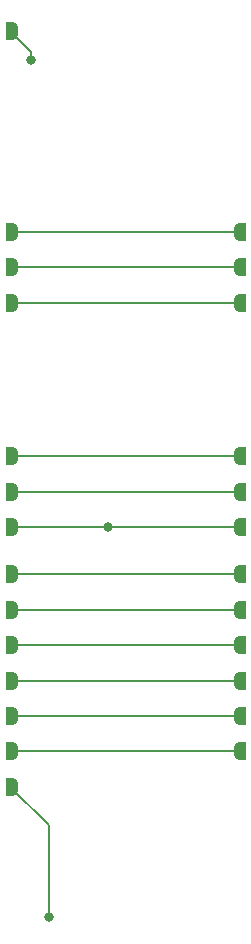
<source format=gbr>
%TF.GenerationSoftware,KiCad,Pcbnew,8.0.4*%
%TF.CreationDate,2024-07-29T14:44:41-07:00*%
%TF.ProjectId,3board_c,33626f61-7264-45f6-932e-6b696361645f,rev?*%
%TF.SameCoordinates,Original*%
%TF.FileFunction,Copper,L1,Top*%
%TF.FilePolarity,Positive*%
%FSLAX46Y46*%
G04 Gerber Fmt 4.6, Leading zero omitted, Abs format (unit mm)*
G04 Created by KiCad (PCBNEW 8.0.4) date 2024-07-29 14:44:41*
%MOMM*%
%LPD*%
G01*
G04 APERTURE LIST*
G04 Aperture macros list*
%AMFreePoly0*
4,1,19,0.500000,-0.750000,0.000000,-0.750000,0.000000,-0.744911,-0.071157,-0.744911,-0.207708,-0.704816,-0.327430,-0.627875,-0.420627,-0.520320,-0.479746,-0.390866,-0.500000,-0.250000,-0.500000,0.250000,-0.479746,0.390866,-0.420627,0.520320,-0.327430,0.627875,-0.207708,0.704816,-0.071157,0.744911,0.000000,0.744911,0.000000,0.750000,0.500000,0.750000,0.500000,-0.750000,0.500000,-0.750000,
$1*%
%AMFreePoly1*
4,1,19,0.000000,0.744911,0.071157,0.744911,0.207708,0.704816,0.327430,0.627875,0.420627,0.520320,0.479746,0.390866,0.500000,0.250000,0.500000,-0.250000,0.479746,-0.390866,0.420627,-0.520320,0.327430,-0.627875,0.207708,-0.704816,0.071157,-0.744911,0.000000,-0.744911,0.000000,-0.750000,-0.500000,-0.750000,-0.500000,0.750000,0.000000,0.750000,0.000000,0.744911,0.000000,0.744911,
$1*%
G04 Aperture macros list end*
%TA.AperFunction,SMDPad,CuDef*%
%ADD10FreePoly0,0.000000*%
%TD*%
%TA.AperFunction,SMDPad,CuDef*%
%ADD11FreePoly1,0.000000*%
%TD*%
%TA.AperFunction,ViaPad*%
%ADD12C,0.800000*%
%TD*%
%TA.AperFunction,Conductor*%
%ADD13C,0.150000*%
%TD*%
G04 APERTURE END LIST*
D10*
%TO.P,JP26,1,A*%
%TO.N,Net-(JP26-A)*%
X157170000Y-73995000D03*
%TD*%
D11*
%TO.P,JP4,2,B*%
%TO.N,Net-(JP23-A)*%
X137880000Y-57995000D03*
%TD*%
D10*
%TO.P,JP18,1,A*%
%TO.N,Net-(JP11-B)*%
X157170000Y-82995000D03*
%TD*%
%TO.P,JP22,1,A*%
%TO.N,Net-(JP22-A)*%
X157170000Y-44995000D03*
%TD*%
%TO.P,JP25,1,A*%
%TO.N,Net-(JP25-A)*%
X157170000Y-38995000D03*
%TD*%
D11*
%TO.P,JP6,2,B*%
%TO.N,Net-(JP25-A)*%
X137880000Y-38995000D03*
%TD*%
%TO.P,JP8,2,B*%
%TO.N,Net-(JP27-A)*%
X137880000Y-70995000D03*
%TD*%
%TO.P,JP11,2,B*%
%TO.N,Net-(JP11-B)*%
X137880000Y-82995000D03*
%TD*%
%TO.P,JP2,2,B*%
%TO.N,Net-(JP2-B)*%
X137880000Y-41995000D03*
%TD*%
D10*
%TO.P,JP21,1,A*%
%TO.N,Net-(JP2-B)*%
X157170000Y-41995000D03*
%TD*%
D11*
%TO.P,JP1,2,B*%
%TO.N,GND*%
X137880000Y-63995000D03*
%TD*%
D10*
%TO.P,JP20,1,A*%
%TO.N,Net-(JP13-B)*%
X157170000Y-76995000D03*
%TD*%
%TO.P,JP19,1,A*%
%TO.N,Net-(JP12-B)*%
X157170000Y-79995000D03*
%TD*%
D11*
%TO.P,JP5,2,B*%
%TO.N,Net-(JP24-A)*%
X137880000Y-60995000D03*
%TD*%
%TO.P,JP10,2,B*%
%TO.N,Net-(JP10-B)*%
X137880000Y-67995000D03*
%TD*%
D10*
%TO.P,JP23,1,A*%
%TO.N,Net-(JP23-A)*%
X157170000Y-57995000D03*
%TD*%
%TO.P,JP27,1,A*%
%TO.N,Net-(JP27-A)*%
X157170000Y-70995000D03*
%TD*%
%TO.P,JP17,1,A*%
%TO.N,Net-(JP10-B)*%
X157170000Y-67995000D03*
%TD*%
%TO.P,JP15,1,A*%
%TO.N,GND*%
X157170000Y-63995000D03*
%TD*%
%TO.P,JP24,1,A*%
%TO.N,Net-(JP24-A)*%
X157170000Y-60995000D03*
%TD*%
D11*
%TO.P,JP7,2,B*%
%TO.N,Net-(JP26-A)*%
X137880000Y-73995000D03*
%TD*%
%TO.P,JP12,2,B*%
%TO.N,Net-(JP12-B)*%
X137880000Y-79995000D03*
%TD*%
%TO.P,JP14,2,B*%
%TO.N,/Buttons/SPACE*%
X137880000Y-85995000D03*
%TD*%
%TO.P,JP3,2,B*%
%TO.N,Net-(JP22-A)*%
X137880000Y-44995000D03*
%TD*%
%TO.P,JP9,2,B*%
%TO.N,/Buttons/L3*%
X137880000Y-21995000D03*
%TD*%
%TO.P,JP13,2,B*%
%TO.N,Net-(JP13-B)*%
X137880000Y-76995000D03*
%TD*%
D12*
%TO.N,GND*%
X146000000Y-64000000D03*
%TO.N,/Buttons/L3*%
X139500000Y-24500000D03*
%TO.N,/Buttons/SPACE*%
X141000000Y-97000000D03*
%TD*%
D13*
%TO.N,GND*%
X137730000Y-64000000D02*
X157275000Y-64000000D01*
%TO.N,/Buttons/L3*%
X139500000Y-23770000D02*
X139500000Y-24500000D01*
X137730000Y-22000000D02*
X139500000Y-23770000D01*
%TO.N,/Buttons/SPACE*%
X141000000Y-89270000D02*
X137730000Y-86000000D01*
X141000000Y-97000000D02*
X141000000Y-89270000D01*
%TO.N,Net-(JP2-B)*%
X157275000Y-42000000D02*
X137730000Y-42000000D01*
%TO.N,Net-(JP22-A)*%
X137730000Y-45000000D02*
X157275000Y-45000000D01*
%TO.N,Net-(JP23-A)*%
X157275000Y-58000000D02*
X137730000Y-58000000D01*
%TO.N,Net-(JP24-A)*%
X157275000Y-61000000D02*
X137730000Y-61000000D01*
%TO.N,Net-(JP25-A)*%
X137730000Y-39000000D02*
X157275000Y-39000000D01*
%TO.N,Net-(JP26-A)*%
X157275000Y-74000000D02*
X137730000Y-74000000D01*
%TO.N,Net-(JP27-A)*%
X137730000Y-71000000D02*
X157275000Y-71000000D01*
%TO.N,Net-(JP10-B)*%
X157275000Y-68000000D02*
X137730000Y-68000000D01*
%TO.N,Net-(JP11-B)*%
X137730000Y-83000000D02*
X157275000Y-83000000D01*
%TO.N,Net-(JP12-B)*%
X157275000Y-80000000D02*
X137730000Y-80000000D01*
%TO.N,Net-(JP13-B)*%
X137730000Y-77000000D02*
X157275000Y-77000000D01*
%TD*%
M02*

</source>
